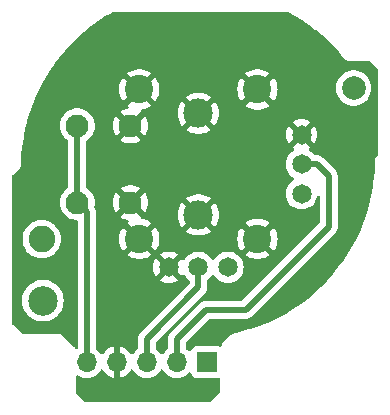
<source format=gbr>
%TF.GenerationSoftware,KiCad,Pcbnew,7.0.5*%
%TF.CreationDate,2023-08-21T15:09:17-04:00*%
%TF.ProjectId,StickLeft,53746963-6b4c-4656-9674-2e6b69636164,rev?*%
%TF.SameCoordinates,Original*%
%TF.FileFunction,Copper,L1,Top*%
%TF.FilePolarity,Positive*%
%FSLAX46Y46*%
G04 Gerber Fmt 4.6, Leading zero omitted, Abs format (unit mm)*
G04 Created by KiCad (PCBNEW 7.0.5) date 2023-08-21 15:09:17*
%MOMM*%
%LPD*%
G01*
G04 APERTURE LIST*
%TA.AperFunction,ComponentPad*%
%ADD10R,1.700000X1.700000*%
%TD*%
%TA.AperFunction,ComponentPad*%
%ADD11O,1.700000X1.700000*%
%TD*%
%TA.AperFunction,ComponentPad*%
%ADD12C,1.950000*%
%TD*%
%TA.AperFunction,ComponentPad*%
%ADD13C,1.650000*%
%TD*%
%TA.AperFunction,ComponentPad*%
%ADD14C,2.000000*%
%TD*%
%TA.AperFunction,ComponentPad*%
%ADD15C,2.500000*%
%TD*%
%TA.AperFunction,ComponentPad*%
%ADD16C,2.250000*%
%TD*%
%TA.AperFunction,ComponentPad*%
%ADD17C,2.400000*%
%TD*%
%TA.AperFunction,ComponentPad*%
%ADD18C,2.475000*%
%TD*%
%TA.AperFunction,ViaPad*%
%ADD19C,0.600000*%
%TD*%
%TA.AperFunction,Conductor*%
%ADD20C,0.500000*%
%TD*%
G04 APERTURE END LIST*
D10*
%TO.P,J1,1,Pin_1*%
%TO.N,Net-(J1-Pin_1)*%
X143830000Y-119430000D03*
D11*
%TO.P,J1,2,Pin_2*%
%TO.N,Net-(J1-Pin_2)*%
X141290000Y-119430000D03*
%TO.P,J1,3,Pin_3*%
%TO.N,Net-(J1-Pin_3)*%
X138750000Y-119430000D03*
%TO.P,J1,4,Pin_4*%
%TO.N,GND*%
X136210000Y-119430000D03*
%TO.P,J1,5,Pin_5*%
%TO.N,Net-(J1-Pin_5)*%
X133670000Y-119430000D03*
%TD*%
D12*
%TO.P,U1,A1,A1*%
%TO.N,GND*%
X137370000Y-105940000D03*
X137370000Y-99440000D03*
D13*
%TO.P,U1,A11,A11*%
X140620000Y-111420000D03*
%TO.P,U1,A12,A12*%
%TO.N,Net-(J1-Pin_3)*%
X143120000Y-111420000D03*
%TO.P,U1,A13,A13*%
%TO.N,Net-(J1-Pin_1)*%
X145620000Y-111420000D03*
D12*
%TO.P,U1,B1,B1*%
%TO.N,Net-(J1-Pin_5)*%
X132870000Y-105940000D03*
X132870000Y-99440000D03*
D14*
%TO.P,U1,B2*%
%TO.N,N/C*%
X156260000Y-96242000D03*
D15*
X129960000Y-114242000D03*
D16*
%TO.P,U1,B3*%
X129860000Y-109042000D03*
D13*
%TO.P,U1,B11,B11*%
%TO.N,Net-(J1-Pin_1)*%
X151850000Y-105190000D03*
%TO.P,U1,B12,B12*%
%TO.N,Net-(J1-Pin_2)*%
X151850000Y-102690000D03*
%TO.P,U1,B13,B13*%
%TO.N,GND*%
X151850000Y-100190000D03*
D17*
%TO.P,U1,MH1,MH1*%
X148120000Y-109015000D03*
X148120000Y-96365000D03*
X138120000Y-109015000D03*
X138120000Y-96365000D03*
D18*
%TO.P,U1,MH2,MH2*%
X143120000Y-106990000D03*
X143120000Y-98390000D03*
%TD*%
D19*
%TO.N,GND*%
X130000000Y-100000000D03*
X132500000Y-95000000D03*
X132500000Y-117500000D03*
X135000000Y-122500000D03*
X142500000Y-122500000D03*
X150000000Y-115000000D03*
X155000000Y-110000000D03*
X157500000Y-105000000D03*
X157500000Y-100000000D03*
X152500000Y-92500000D03*
X147500000Y-92500000D03*
X142500000Y-92500000D03*
X137500000Y-92500000D03*
%TD*%
D20*
%TO.N,Net-(J1-Pin_5)*%
X132870000Y-105940000D02*
X133670000Y-106740000D01*
X133670000Y-106740000D02*
X133670000Y-119430000D01*
X132870000Y-99440000D02*
X132870000Y-105940000D01*
%TO.N,Net-(J1-Pin_2)*%
X153150000Y-102690000D02*
X154150000Y-103690000D01*
X141290000Y-117470000D02*
X141290000Y-119430000D01*
X151850000Y-102690000D02*
X153150000Y-102690000D01*
X154150000Y-107990000D02*
X147120000Y-115020000D01*
X154150000Y-103690000D02*
X154150000Y-107990000D01*
X147120000Y-115020000D02*
X143740000Y-115020000D01*
X143740000Y-115020000D02*
X141290000Y-117470000D01*
%TO.N,Net-(J1-Pin_3)*%
X143120000Y-113110000D02*
X138750000Y-117480000D01*
X138750000Y-117480000D02*
X138750000Y-119430000D01*
X143120000Y-111420000D02*
X143120000Y-113110000D01*
%TD*%
%TA.AperFunction,Conductor*%
%TO.N,GND*%
G36*
X136460000Y-120760633D02*
G01*
X136673483Y-120703433D01*
X136673492Y-120703429D01*
X136887578Y-120603600D01*
X137081082Y-120468105D01*
X137248105Y-120301082D01*
X137378119Y-120115405D01*
X137432696Y-120071781D01*
X137502195Y-120064588D01*
X137564549Y-120096110D01*
X137581269Y-120115405D01*
X137711505Y-120301401D01*
X137878599Y-120468495D01*
X137975384Y-120536264D01*
X138072165Y-120604032D01*
X138072167Y-120604033D01*
X138072170Y-120604035D01*
X138286337Y-120703903D01*
X138514592Y-120765063D01*
X138691034Y-120780500D01*
X138749999Y-120785659D01*
X138750000Y-120785659D01*
X138750001Y-120785659D01*
X138808966Y-120780500D01*
X138985408Y-120765063D01*
X139213663Y-120703903D01*
X139427830Y-120604035D01*
X139621401Y-120468495D01*
X139788495Y-120301401D01*
X139918424Y-120115842D01*
X139973002Y-120072217D01*
X140042500Y-120065023D01*
X140104855Y-120096546D01*
X140121575Y-120115842D01*
X140251281Y-120301082D01*
X140251505Y-120301401D01*
X140418599Y-120468495D01*
X140515384Y-120536264D01*
X140612165Y-120604032D01*
X140612167Y-120604033D01*
X140612170Y-120604035D01*
X140826337Y-120703903D01*
X141054592Y-120765063D01*
X141231034Y-120780500D01*
X141289999Y-120785659D01*
X141290000Y-120785659D01*
X141290001Y-120785659D01*
X141348966Y-120780500D01*
X141525408Y-120765063D01*
X141753663Y-120703903D01*
X141967830Y-120604035D01*
X142161401Y-120468495D01*
X142283329Y-120346566D01*
X142344648Y-120313084D01*
X142414340Y-120318068D01*
X142470274Y-120359939D01*
X142487189Y-120390917D01*
X142536202Y-120522328D01*
X142536206Y-120522335D01*
X142622452Y-120637544D01*
X142622455Y-120637547D01*
X142737664Y-120723793D01*
X142737671Y-120723797D01*
X142872517Y-120774091D01*
X142872516Y-120774091D01*
X142879444Y-120774835D01*
X142932127Y-120780500D01*
X144727872Y-120780499D01*
X144787483Y-120774091D01*
X144798106Y-120770128D01*
X144867795Y-120765142D01*
X144929119Y-120798624D01*
X144962607Y-120859946D01*
X144965441Y-120886853D01*
X144960702Y-121966721D01*
X144940723Y-122033674D01*
X144920493Y-122057584D01*
X144100870Y-122808907D01*
X144038150Y-122839697D01*
X144017080Y-122841500D01*
X133618676Y-122841500D01*
X133551637Y-122821815D01*
X133530995Y-122805181D01*
X132796818Y-122071004D01*
X132763333Y-122009681D01*
X132760499Y-121983332D01*
X132760499Y-120680018D01*
X132780184Y-120612980D01*
X132832988Y-120567225D01*
X132902146Y-120557281D01*
X132955621Y-120578443D01*
X132992170Y-120604035D01*
X133206337Y-120703903D01*
X133434592Y-120765063D01*
X133611034Y-120780500D01*
X133669999Y-120785659D01*
X133670000Y-120785659D01*
X133670001Y-120785659D01*
X133728966Y-120780500D01*
X133905408Y-120765063D01*
X134133663Y-120703903D01*
X134347830Y-120604035D01*
X134541401Y-120468495D01*
X134708495Y-120301401D01*
X134838730Y-120115405D01*
X134893307Y-120071781D01*
X134962805Y-120064587D01*
X135025160Y-120096110D01*
X135041879Y-120115405D01*
X135171890Y-120301078D01*
X135338917Y-120468105D01*
X135532421Y-120603600D01*
X135746507Y-120703429D01*
X135746516Y-120703433D01*
X135960000Y-120760634D01*
X135960000Y-119865501D01*
X136067685Y-119914680D01*
X136174237Y-119930000D01*
X136245763Y-119930000D01*
X136352315Y-119914680D01*
X136460000Y-119865501D01*
X136460000Y-120760633D01*
G37*
%TD.AperFunction*%
%TA.AperFunction,Conductor*%
G36*
X150858737Y-89858437D02*
G01*
X151326673Y-90121786D01*
X151329129Y-90123244D01*
X151913445Y-90488496D01*
X151915793Y-90490041D01*
X152482649Y-90881792D01*
X152484953Y-90883464D01*
X152948609Y-91236510D01*
X153033179Y-91300905D01*
X153035395Y-91302674D01*
X153563816Y-91744911D01*
X153565963Y-91746794D01*
X154073446Y-92212878D01*
X154075505Y-92214857D01*
X154561021Y-92703840D01*
X154562954Y-92705878D01*
X155025448Y-93216707D01*
X155027292Y-93218841D01*
X155464151Y-93748448D01*
X155468485Y-93754387D01*
X155480529Y-93773128D01*
X155481508Y-93773977D01*
X155497763Y-93791018D01*
X155507417Y-93803287D01*
X155507418Y-93803288D01*
X155507423Y-93803293D01*
X155563594Y-93845314D01*
X155567057Y-93848104D01*
X155589299Y-93867377D01*
X155595898Y-93871618D01*
X155609676Y-93879790D01*
X155612937Y-93882230D01*
X155612938Y-93882230D01*
X155612939Y-93882231D01*
X155683163Y-93910320D01*
X155685853Y-93911471D01*
X155720215Y-93927165D01*
X155720216Y-93927165D01*
X155727394Y-93929273D01*
X155727422Y-93929167D01*
X155735292Y-93931172D01*
X155735298Y-93931175D01*
X155769679Y-93935275D01*
X155809671Y-93940045D01*
X155811152Y-93940240D01*
X155818083Y-93941236D01*
X155826873Y-93942500D01*
X155826884Y-93942500D01*
X155828348Y-93942605D01*
X155833921Y-93942936D01*
X155849073Y-93944743D01*
X155866153Y-93946781D01*
X155866154Y-93946781D01*
X155866154Y-93946780D01*
X155866155Y-93946781D01*
X155887074Y-93943766D01*
X155904757Y-93942500D01*
X157599139Y-93942500D01*
X157666178Y-93962185D01*
X157686701Y-93978700D01*
X158097225Y-94388130D01*
X158323063Y-94613366D01*
X158356630Y-94674644D01*
X158359499Y-94701164D01*
X158359499Y-101878000D01*
X158339814Y-101945039D01*
X158321900Y-101966943D01*
X158258242Y-102028781D01*
X158252474Y-102033735D01*
X158252178Y-102033959D01*
X158206732Y-102078817D01*
X158182457Y-102102400D01*
X158180920Y-102104123D01*
X158178224Y-102106958D01*
X158158385Y-102126542D01*
X158158384Y-102126543D01*
X158143149Y-102152536D01*
X158138747Y-102159061D01*
X158116646Y-102187710D01*
X158108538Y-102208521D01*
X158099983Y-102226196D01*
X158091752Y-102240240D01*
X158081985Y-102275767D01*
X158079973Y-102281837D01*
X158064400Y-102321812D01*
X158063125Y-102336615D01*
X158059151Y-102358821D01*
X158056818Y-102367307D01*
X158056818Y-102367314D01*
X158056535Y-102410845D01*
X158056308Y-102415762D01*
X158052051Y-102465203D01*
X158052051Y-102465209D01*
X158052086Y-102465378D01*
X158054487Y-102493851D01*
X158033079Y-103176344D01*
X158032905Y-103179422D01*
X157972803Y-103918990D01*
X157972479Y-103922029D01*
X157939758Y-104170731D01*
X157875691Y-104657670D01*
X157875213Y-104660716D01*
X157741978Y-105390623D01*
X157741349Y-105393642D01*
X157571991Y-106116042D01*
X157571213Y-106119026D01*
X157366155Y-106832107D01*
X157365230Y-106835048D01*
X157124979Y-107537054D01*
X157123909Y-107539946D01*
X156849060Y-108229138D01*
X156847847Y-108231973D01*
X156539081Y-108906641D01*
X156537729Y-108909412D01*
X156195797Y-109567919D01*
X156194309Y-109570620D01*
X155820077Y-110211296D01*
X155818456Y-110213919D01*
X155412837Y-110835206D01*
X155411087Y-110837745D01*
X154975069Y-111438123D01*
X154973195Y-111440572D01*
X154507895Y-112018501D01*
X154505903Y-112020854D01*
X154012439Y-112574951D01*
X154010332Y-112577202D01*
X153489951Y-113106069D01*
X153487734Y-113108213D01*
X152941670Y-113610589D01*
X152939350Y-113612620D01*
X152369018Y-114087207D01*
X152366599Y-114089120D01*
X151773365Y-114534781D01*
X151770854Y-114536571D01*
X151156199Y-114952192D01*
X151153603Y-114953855D01*
X150895168Y-115110471D01*
X150519054Y-115338403D01*
X150516396Y-115339926D01*
X149863518Y-115692454D01*
X149860769Y-115693851D01*
X149191160Y-116013496D01*
X149188345Y-116014755D01*
X148503687Y-116300714D01*
X148500813Y-116301831D01*
X147802794Y-116553400D01*
X147799869Y-116554373D01*
X147090188Y-116770938D01*
X147087218Y-116771764D01*
X146365478Y-116953329D01*
X146363980Y-116953686D01*
X146300494Y-116967990D01*
X146295857Y-116969369D01*
X146244695Y-116981140D01*
X146244685Y-116981143D01*
X146015900Y-117067946D01*
X146015892Y-117067950D01*
X145801034Y-117185065D01*
X145801032Y-117185066D01*
X145604104Y-117330309D01*
X145604096Y-117330316D01*
X145428749Y-117500995D01*
X145278238Y-117693942D01*
X145278236Y-117693945D01*
X145155376Y-117905550D01*
X145155369Y-117905564D01*
X145087882Y-118069923D01*
X145044208Y-118124461D01*
X144977982Y-118146730D01*
X144929842Y-118139005D01*
X144787482Y-118085908D01*
X144787483Y-118085908D01*
X144727883Y-118079501D01*
X144727881Y-118079500D01*
X144727873Y-118079500D01*
X144727864Y-118079500D01*
X142932129Y-118079500D01*
X142932123Y-118079501D01*
X142872516Y-118085908D01*
X142737671Y-118136202D01*
X142737664Y-118136206D01*
X142622455Y-118222452D01*
X142622452Y-118222455D01*
X142536206Y-118337664D01*
X142536203Y-118337669D01*
X142487189Y-118469083D01*
X142445317Y-118525016D01*
X142379853Y-118549433D01*
X142311580Y-118534581D01*
X142283326Y-118513430D01*
X142161401Y-118391505D01*
X142093375Y-118343872D01*
X142049750Y-118289295D01*
X142040500Y-118242303D01*
X142040500Y-117832229D01*
X142060185Y-117765189D01*
X142076819Y-117744548D01*
X144014548Y-115806819D01*
X144075871Y-115773334D01*
X144102229Y-115770500D01*
X147056295Y-115770500D01*
X147074265Y-115771809D01*
X147098023Y-115775289D01*
X147150068Y-115770735D01*
X147155470Y-115770500D01*
X147163704Y-115770500D01*
X147163709Y-115770500D01*
X147195458Y-115766788D01*
X147197075Y-115766622D01*
X147272797Y-115759999D01*
X147272805Y-115759996D01*
X147279866Y-115758539D01*
X147279878Y-115758598D01*
X147287243Y-115756965D01*
X147287229Y-115756906D01*
X147294251Y-115755241D01*
X147294255Y-115755241D01*
X147365587Y-115729277D01*
X147367286Y-115728688D01*
X147439334Y-115704814D01*
X147439342Y-115704808D01*
X147445882Y-115701760D01*
X147445908Y-115701816D01*
X147452690Y-115698532D01*
X147452663Y-115698478D01*
X147459109Y-115695239D01*
X147459117Y-115695237D01*
X147522612Y-115653475D01*
X147523977Y-115652605D01*
X147588656Y-115612712D01*
X147588661Y-115612706D01*
X147594325Y-115608229D01*
X147594362Y-115608277D01*
X147600204Y-115603518D01*
X147600164Y-115603471D01*
X147605686Y-115598835D01*
X147605696Y-115598830D01*
X147657800Y-115543601D01*
X147658994Y-115542372D01*
X154635638Y-108565727D01*
X154649267Y-108553950D01*
X154668530Y-108539610D01*
X154668532Y-108539606D01*
X154668534Y-108539606D01*
X154691273Y-108512505D01*
X154702113Y-108499585D01*
X154705767Y-108495599D01*
X154711590Y-108489777D01*
X154731376Y-108464750D01*
X154732494Y-108463378D01*
X154781302Y-108405214D01*
X154781303Y-108405211D01*
X154785272Y-108399179D01*
X154785323Y-108399212D01*
X154789369Y-108392860D01*
X154789317Y-108392828D01*
X154793109Y-108386679D01*
X154793111Y-108386677D01*
X154825195Y-108317869D01*
X154825958Y-108316292D01*
X154860040Y-108248433D01*
X154860043Y-108248417D01*
X154862510Y-108241644D01*
X154862568Y-108241665D01*
X154865043Y-108234546D01*
X154864985Y-108234527D01*
X154867255Y-108227677D01*
X154867256Y-108227673D01*
X154882608Y-108153319D01*
X154882990Y-108151596D01*
X154900501Y-108077716D01*
X154901339Y-108070548D01*
X154901397Y-108070554D01*
X154902164Y-108063056D01*
X154902104Y-108063051D01*
X154902733Y-108055860D01*
X154902698Y-108054671D01*
X154900526Y-107979988D01*
X154900500Y-107978185D01*
X154900500Y-103753705D01*
X154901809Y-103735735D01*
X154902129Y-103733547D01*
X154905289Y-103711977D01*
X154905103Y-103709856D01*
X154900736Y-103659934D01*
X154900500Y-103654528D01*
X154900500Y-103646296D01*
X154900500Y-103646291D01*
X154896795Y-103614602D01*
X154896618Y-103612876D01*
X154889999Y-103537203D01*
X154889999Y-103537201D01*
X154888539Y-103530129D01*
X154888597Y-103530116D01*
X154886965Y-103522757D01*
X154886906Y-103522772D01*
X154885241Y-103515751D01*
X154885241Y-103515745D01*
X154859267Y-103444382D01*
X154858691Y-103442723D01*
X154834814Y-103370666D01*
X154834810Y-103370659D01*
X154831760Y-103364118D01*
X154831815Y-103364091D01*
X154828533Y-103357313D01*
X154828480Y-103357340D01*
X154825236Y-103350881D01*
X154783529Y-103287470D01*
X154782560Y-103285949D01*
X154742710Y-103221342D01*
X154738234Y-103215682D01*
X154738281Y-103215644D01*
X154733519Y-103209799D01*
X154733474Y-103209838D01*
X154728831Y-103204305D01*
X154673617Y-103152213D01*
X154672357Y-103150990D01*
X153725729Y-102204361D01*
X153713949Y-102190730D01*
X153704322Y-102177799D01*
X153699612Y-102171472D01*
X153690126Y-102163512D01*
X153659587Y-102137886D01*
X153655612Y-102134244D01*
X153652690Y-102131322D01*
X153649779Y-102128410D01*
X153624736Y-102108609D01*
X153623338Y-102107470D01*
X153565214Y-102058698D01*
X153559180Y-102054729D01*
X153559212Y-102054680D01*
X153552853Y-102050628D01*
X153552822Y-102050679D01*
X153546680Y-102046891D01*
X153546678Y-102046890D01*
X153546677Y-102046889D01*
X153477872Y-102014804D01*
X153476252Y-102014019D01*
X153434613Y-101993108D01*
X153408433Y-101979960D01*
X153408431Y-101979959D01*
X153408430Y-101979959D01*
X153401645Y-101977489D01*
X153401665Y-101977433D01*
X153394549Y-101974959D01*
X153394531Y-101975015D01*
X153387674Y-101972743D01*
X153313328Y-101957391D01*
X153311569Y-101957001D01*
X153237718Y-101939499D01*
X153230547Y-101938661D01*
X153230553Y-101938601D01*
X153223055Y-101937835D01*
X153223050Y-101937895D01*
X153215860Y-101937265D01*
X153139968Y-101939474D01*
X153138165Y-101939500D01*
X153007180Y-101939500D01*
X152940141Y-101919815D01*
X152905605Y-101886623D01*
X152869273Y-101834735D01*
X152869268Y-101834729D01*
X152705269Y-101670730D01*
X152705269Y-101670729D01*
X152520379Y-101541268D01*
X152476757Y-101486693D01*
X152469564Y-101417194D01*
X152501086Y-101354840D01*
X152520381Y-101338120D01*
X152593423Y-101286975D01*
X152021568Y-100715121D01*
X152138458Y-100664349D01*
X152255739Y-100568934D01*
X152342928Y-100445415D01*
X152373354Y-100359802D01*
X152946975Y-100933423D01*
X153001867Y-100855030D01*
X153099847Y-100644909D01*
X153099851Y-100644900D01*
X153159852Y-100420968D01*
X153159854Y-100420958D01*
X153180061Y-100190000D01*
X153180061Y-100189999D01*
X153159854Y-99959041D01*
X153159852Y-99959031D01*
X153099851Y-99735099D01*
X153099847Y-99735090D01*
X153001868Y-99524972D01*
X152946974Y-99446576D01*
X152375929Y-100017622D01*
X152373116Y-100004085D01*
X152303558Y-99869844D01*
X152200362Y-99759348D01*
X152071181Y-99680791D01*
X152019997Y-99666450D01*
X152593423Y-99093024D01*
X152593422Y-99093023D01*
X152515031Y-99038133D01*
X152515029Y-99038132D01*
X152304909Y-98940152D01*
X152304900Y-98940148D01*
X152080968Y-98880147D01*
X152080958Y-98880145D01*
X151850001Y-98859939D01*
X151849999Y-98859939D01*
X151619041Y-98880145D01*
X151619031Y-98880147D01*
X151395099Y-98940148D01*
X151395090Y-98940152D01*
X151184971Y-99038132D01*
X151184969Y-99038133D01*
X151106577Y-99093024D01*
X151106576Y-99093024D01*
X151678431Y-99664878D01*
X151561542Y-99715651D01*
X151444261Y-99811066D01*
X151357072Y-99934585D01*
X151326645Y-100020197D01*
X150753024Y-99446576D01*
X150753024Y-99446577D01*
X150698133Y-99524969D01*
X150698132Y-99524971D01*
X150600152Y-99735090D01*
X150600148Y-99735099D01*
X150540147Y-99959031D01*
X150540145Y-99959041D01*
X150519939Y-100189999D01*
X150519939Y-100190000D01*
X150540145Y-100420958D01*
X150540147Y-100420968D01*
X150600148Y-100644900D01*
X150600152Y-100644909D01*
X150698132Y-100855029D01*
X150698133Y-100855031D01*
X150753023Y-100933422D01*
X150753024Y-100933423D01*
X151324070Y-100362376D01*
X151326884Y-100375915D01*
X151396442Y-100510156D01*
X151499638Y-100620652D01*
X151628819Y-100699209D01*
X151680002Y-100713549D01*
X151106575Y-101286975D01*
X151106575Y-101286976D01*
X151179618Y-101338120D01*
X151223243Y-101392696D01*
X151230437Y-101462194D01*
X151198915Y-101524549D01*
X151179619Y-101541270D01*
X150994731Y-101670730D01*
X150994729Y-101670731D01*
X150830731Y-101834729D01*
X150830726Y-101834735D01*
X150697701Y-102024714D01*
X150697699Y-102024718D01*
X150599681Y-102234917D01*
X150539651Y-102458948D01*
X150539650Y-102458955D01*
X150519437Y-102689998D01*
X150519437Y-102690001D01*
X150539650Y-102921044D01*
X150539651Y-102921051D01*
X150599678Y-103145074D01*
X150599679Y-103145076D01*
X150599680Y-103145079D01*
X150697699Y-103355282D01*
X150830730Y-103545269D01*
X150994731Y-103709270D01*
X151058190Y-103753705D01*
X151179183Y-103838425D01*
X151222808Y-103893002D01*
X151230000Y-103962501D01*
X151198478Y-104024855D01*
X151179183Y-104041575D01*
X150994731Y-104170730D01*
X150994729Y-104170731D01*
X150830731Y-104334729D01*
X150830726Y-104334735D01*
X150697701Y-104524714D01*
X150697699Y-104524718D01*
X150599681Y-104734917D01*
X150539651Y-104958948D01*
X150539650Y-104958955D01*
X150519437Y-105189998D01*
X150519437Y-105190001D01*
X150539650Y-105421044D01*
X150539651Y-105421051D01*
X150599678Y-105645074D01*
X150599679Y-105645076D01*
X150599680Y-105645079D01*
X150697699Y-105855282D01*
X150830730Y-106045269D01*
X150994731Y-106209270D01*
X151184718Y-106342301D01*
X151394921Y-106440320D01*
X151618950Y-106500349D01*
X151776424Y-106514126D01*
X151849998Y-106520563D01*
X151850000Y-106520563D01*
X151850002Y-106520563D01*
X151923576Y-106514126D01*
X152081050Y-106500349D01*
X152305079Y-106440320D01*
X152515282Y-106342301D01*
X152705269Y-106209270D01*
X152869270Y-106045269D01*
X153002301Y-105855282D01*
X153100320Y-105645079D01*
X153155725Y-105438303D01*
X153192090Y-105378645D01*
X153254937Y-105348116D01*
X153324313Y-105356411D01*
X153378191Y-105400896D01*
X153399465Y-105467448D01*
X153399500Y-105470399D01*
X153399500Y-107627769D01*
X153379815Y-107694808D01*
X153363181Y-107715450D01*
X146845451Y-114233181D01*
X146784128Y-114266666D01*
X146757770Y-114269500D01*
X143803705Y-114269500D01*
X143785735Y-114268191D01*
X143761972Y-114264710D01*
X143716890Y-114268655D01*
X143709933Y-114269264D01*
X143704532Y-114269500D01*
X143696281Y-114269500D01*
X143664594Y-114273203D01*
X143662802Y-114273386D01*
X143587201Y-114280001D01*
X143580134Y-114281461D01*
X143580122Y-114281404D01*
X143572753Y-114283038D01*
X143572767Y-114283095D01*
X143565743Y-114284759D01*
X143494398Y-114310725D01*
X143492697Y-114311316D01*
X143420660Y-114335187D01*
X143414123Y-114338236D01*
X143414098Y-114338184D01*
X143407310Y-114341470D01*
X143407336Y-114341521D01*
X143400884Y-114344761D01*
X143337483Y-114386460D01*
X143335963Y-114387429D01*
X143271347Y-114427285D01*
X143265682Y-114431765D01*
X143265646Y-114431719D01*
X143259798Y-114436484D01*
X143259835Y-114436528D01*
X143254309Y-114441164D01*
X143202229Y-114496364D01*
X143200974Y-114497657D01*
X140804358Y-116894272D01*
X140790729Y-116906051D01*
X140771468Y-116920390D01*
X140737898Y-116960397D01*
X140734253Y-116964376D01*
X140728407Y-116970223D01*
X140708618Y-116995251D01*
X140707481Y-116996647D01*
X140658694Y-117054790D01*
X140654729Y-117060819D01*
X140654682Y-117060788D01*
X140650630Y-117067147D01*
X140650679Y-117067177D01*
X140646889Y-117073321D01*
X140614812Y-117142110D01*
X140614027Y-117143731D01*
X140579957Y-117211572D01*
X140577488Y-117218357D01*
X140577432Y-117218336D01*
X140574960Y-117225450D01*
X140575015Y-117225469D01*
X140572743Y-117232325D01*
X140557391Y-117306670D01*
X140557001Y-117308428D01*
X140539499Y-117382279D01*
X140538661Y-117389454D01*
X140538601Y-117389447D01*
X140537835Y-117396945D01*
X140537895Y-117396951D01*
X140537265Y-117404140D01*
X140539474Y-117480030D01*
X140539500Y-117481833D01*
X140539500Y-118242298D01*
X140519815Y-118309337D01*
X140486625Y-118343872D01*
X140418595Y-118391507D01*
X140251505Y-118558597D01*
X140121575Y-118744158D01*
X140066998Y-118787783D01*
X139997500Y-118794977D01*
X139935145Y-118763454D01*
X139918425Y-118744158D01*
X139788494Y-118558597D01*
X139621404Y-118391507D01*
X139553375Y-118343872D01*
X139509751Y-118289294D01*
X139500500Y-118242298D01*
X139500500Y-117842228D01*
X139520185Y-117775189D01*
X139536814Y-117754552D01*
X143605638Y-113685727D01*
X143619267Y-113673950D01*
X143638530Y-113659610D01*
X143638532Y-113659606D01*
X143638534Y-113659606D01*
X143656663Y-113637999D01*
X143672113Y-113619585D01*
X143675767Y-113615599D01*
X143681590Y-113609777D01*
X143701376Y-113584750D01*
X143702494Y-113583378D01*
X143751302Y-113525214D01*
X143751303Y-113525211D01*
X143755272Y-113519179D01*
X143755323Y-113519212D01*
X143759369Y-113512860D01*
X143759317Y-113512828D01*
X143763109Y-113506679D01*
X143763111Y-113506677D01*
X143795195Y-113437869D01*
X143795958Y-113436292D01*
X143830040Y-113368433D01*
X143830043Y-113368417D01*
X143832510Y-113361644D01*
X143832568Y-113361665D01*
X143835043Y-113354546D01*
X143834985Y-113354527D01*
X143837255Y-113347677D01*
X143837256Y-113347673D01*
X143852608Y-113273319D01*
X143852990Y-113271596D01*
X143870501Y-113197716D01*
X143871339Y-113190548D01*
X143871397Y-113190554D01*
X143872164Y-113183056D01*
X143872104Y-113183051D01*
X143872733Y-113175860D01*
X143870526Y-113099988D01*
X143870500Y-113098185D01*
X143870500Y-112577180D01*
X143890185Y-112510141D01*
X143923377Y-112475605D01*
X143975269Y-112439270D01*
X144139270Y-112275269D01*
X144268427Y-112090814D01*
X144323002Y-112047192D01*
X144392501Y-112039999D01*
X144454855Y-112071521D01*
X144471569Y-112090809D01*
X144600730Y-112275269D01*
X144764731Y-112439270D01*
X144954718Y-112572301D01*
X145164921Y-112670320D01*
X145388950Y-112730349D01*
X145553985Y-112744787D01*
X145619998Y-112750563D01*
X145620000Y-112750563D01*
X145620002Y-112750563D01*
X145677762Y-112745509D01*
X145851050Y-112730349D01*
X146075079Y-112670320D01*
X146285282Y-112572301D01*
X146475269Y-112439270D01*
X146639270Y-112275269D01*
X146772301Y-112085282D01*
X146870320Y-111875079D01*
X146930349Y-111651050D01*
X146948870Y-111439357D01*
X146950563Y-111420001D01*
X146950563Y-111419998D01*
X146940681Y-111307047D01*
X146930349Y-111188950D01*
X146870320Y-110964921D01*
X146772301Y-110754719D01*
X146772299Y-110754716D01*
X146772298Y-110754714D01*
X146639273Y-110564735D01*
X146639268Y-110564729D01*
X146475269Y-110400730D01*
X146418706Y-110361124D01*
X146285282Y-110267699D01*
X146075079Y-110169680D01*
X146075076Y-110169679D01*
X146075074Y-110169678D01*
X145851051Y-110109651D01*
X145851044Y-110109650D01*
X145620002Y-110089437D01*
X145619998Y-110089437D01*
X145388955Y-110109650D01*
X145388948Y-110109651D01*
X145164917Y-110169681D01*
X144954718Y-110267699D01*
X144954714Y-110267701D01*
X144764735Y-110400726D01*
X144764729Y-110400731D01*
X144600731Y-110564729D01*
X144600726Y-110564735D01*
X144471575Y-110749183D01*
X144416998Y-110792808D01*
X144347500Y-110800002D01*
X144285145Y-110768479D01*
X144268425Y-110749183D01*
X144139273Y-110564735D01*
X144139268Y-110564729D01*
X143975269Y-110400730D01*
X143918706Y-110361124D01*
X143785282Y-110267699D01*
X143575079Y-110169680D01*
X143575076Y-110169679D01*
X143575074Y-110169678D01*
X143351051Y-110109651D01*
X143351044Y-110109650D01*
X143120002Y-110089437D01*
X143119998Y-110089437D01*
X142888955Y-110109650D01*
X142888948Y-110109651D01*
X142664917Y-110169681D01*
X142454718Y-110267699D01*
X142454714Y-110267701D01*
X142264735Y-110400726D01*
X142264729Y-110400731D01*
X142100731Y-110564729D01*
X142100730Y-110564731D01*
X141971270Y-110749619D01*
X141916693Y-110793243D01*
X141847194Y-110800436D01*
X141784840Y-110768914D01*
X141768121Y-110749619D01*
X141716975Y-110676576D01*
X141716974Y-110676576D01*
X141145929Y-111247622D01*
X141143116Y-111234085D01*
X141073558Y-111099844D01*
X140970362Y-110989348D01*
X140841181Y-110910791D01*
X140789997Y-110896450D01*
X141363423Y-110323024D01*
X141363422Y-110323023D01*
X141285031Y-110268133D01*
X141285029Y-110268132D01*
X141074909Y-110170152D01*
X141074900Y-110170148D01*
X140850968Y-110110147D01*
X140850958Y-110110145D01*
X140620001Y-110089939D01*
X140619999Y-110089939D01*
X140389041Y-110110145D01*
X140389031Y-110110147D01*
X140165099Y-110170148D01*
X140165090Y-110170152D01*
X139954971Y-110268132D01*
X139954969Y-110268133D01*
X139876577Y-110323024D01*
X139876576Y-110323024D01*
X140448431Y-110894878D01*
X140331542Y-110945651D01*
X140214261Y-111041066D01*
X140127072Y-111164585D01*
X140096645Y-111250197D01*
X139523024Y-110676576D01*
X139523024Y-110676577D01*
X139468133Y-110754969D01*
X139468132Y-110754971D01*
X139370152Y-110965090D01*
X139370148Y-110965099D01*
X139310147Y-111189031D01*
X139310145Y-111189041D01*
X139289939Y-111419999D01*
X139289939Y-111420000D01*
X139310145Y-111650958D01*
X139310147Y-111650968D01*
X139370148Y-111874900D01*
X139370152Y-111874909D01*
X139468132Y-112085029D01*
X139468133Y-112085031D01*
X139523023Y-112163422D01*
X139523024Y-112163423D01*
X140094070Y-111592376D01*
X140096884Y-111605915D01*
X140166442Y-111740156D01*
X140269638Y-111850652D01*
X140398819Y-111929209D01*
X140450002Y-111943549D01*
X139876575Y-112516975D01*
X139954973Y-112571868D01*
X140165090Y-112669847D01*
X140165099Y-112669851D01*
X140389031Y-112729852D01*
X140389041Y-112729854D01*
X140619999Y-112750061D01*
X140620001Y-112750061D01*
X140850958Y-112729854D01*
X140850968Y-112729852D01*
X141074900Y-112669851D01*
X141074909Y-112669847D01*
X141285030Y-112571867D01*
X141363423Y-112516975D01*
X140791568Y-111945121D01*
X140908458Y-111894349D01*
X141025739Y-111798934D01*
X141112928Y-111675415D01*
X141143354Y-111589802D01*
X141716975Y-112163423D01*
X141768120Y-112090381D01*
X141822697Y-112046757D01*
X141892196Y-112039564D01*
X141954550Y-112071086D01*
X141971266Y-112090377D01*
X142100730Y-112275269D01*
X142264729Y-112439268D01*
X142264735Y-112439273D01*
X142316623Y-112475605D01*
X142360248Y-112530181D01*
X142369500Y-112577180D01*
X142369500Y-112747769D01*
X142349815Y-112814808D01*
X142333181Y-112835450D01*
X138264358Y-116904272D01*
X138250729Y-116916051D01*
X138231468Y-116930390D01*
X138197898Y-116970397D01*
X138194253Y-116974376D01*
X138188407Y-116980223D01*
X138168618Y-117005251D01*
X138167481Y-117006647D01*
X138118694Y-117064790D01*
X138114729Y-117070819D01*
X138114682Y-117070788D01*
X138110630Y-117077147D01*
X138110679Y-117077177D01*
X138106889Y-117083321D01*
X138079475Y-117142110D01*
X138074847Y-117152036D01*
X138074812Y-117152110D01*
X138074027Y-117153731D01*
X138039957Y-117221572D01*
X138037488Y-117228357D01*
X138037432Y-117228336D01*
X138034960Y-117235450D01*
X138035015Y-117235469D01*
X138032743Y-117242325D01*
X138017391Y-117316670D01*
X138017001Y-117318428D01*
X137999499Y-117392279D01*
X137998661Y-117399454D01*
X137998601Y-117399447D01*
X137997835Y-117406945D01*
X137997895Y-117406951D01*
X137997265Y-117414140D01*
X137999474Y-117490030D01*
X137999500Y-117491833D01*
X137999500Y-118242298D01*
X137979815Y-118309337D01*
X137946625Y-118343872D01*
X137878595Y-118391507D01*
X137711508Y-118558594D01*
X137581269Y-118744595D01*
X137526692Y-118788219D01*
X137457193Y-118795412D01*
X137394839Y-118763890D01*
X137378119Y-118744594D01*
X137248113Y-118558926D01*
X137248108Y-118558920D01*
X137081082Y-118391894D01*
X136887578Y-118256399D01*
X136673492Y-118156570D01*
X136673486Y-118156567D01*
X136460000Y-118099364D01*
X136460000Y-118994498D01*
X136352315Y-118945320D01*
X136245763Y-118930000D01*
X136174237Y-118930000D01*
X136067685Y-118945320D01*
X135960000Y-118994498D01*
X135960000Y-118099364D01*
X135959999Y-118099364D01*
X135746513Y-118156567D01*
X135746507Y-118156570D01*
X135532422Y-118256399D01*
X135532420Y-118256400D01*
X135338926Y-118391886D01*
X135338920Y-118391891D01*
X135171891Y-118558920D01*
X135171890Y-118558922D01*
X135041880Y-118744595D01*
X134987303Y-118788219D01*
X134917804Y-118795412D01*
X134855450Y-118763890D01*
X134838730Y-118744594D01*
X134708494Y-118558597D01*
X134541404Y-118391507D01*
X134473375Y-118343872D01*
X134429751Y-118289294D01*
X134420500Y-118242298D01*
X134420500Y-106803705D01*
X134421809Y-106785735D01*
X134422129Y-106783547D01*
X134425289Y-106761977D01*
X134420735Y-106709931D01*
X134420500Y-106704528D01*
X134420500Y-106696296D01*
X134420500Y-106696291D01*
X134416795Y-106664602D01*
X134416618Y-106662876D01*
X134409999Y-106587203D01*
X134409999Y-106587201D01*
X134408539Y-106580129D01*
X134408597Y-106580116D01*
X134406965Y-106572757D01*
X134406906Y-106572772D01*
X134405241Y-106565751D01*
X134405241Y-106565745D01*
X134379267Y-106494382D01*
X134378691Y-106492723D01*
X134354814Y-106420666D01*
X134354810Y-106420659D01*
X134351760Y-106414118D01*
X134351815Y-106414091D01*
X134348533Y-106407313D01*
X134348480Y-106407340D01*
X134345238Y-106400885D01*
X134324800Y-106369811D01*
X134304407Y-106302983D01*
X134308194Y-106271235D01*
X134330364Y-106183692D01*
X134344882Y-106008486D01*
X134350557Y-105940005D01*
X135889945Y-105940005D01*
X135910130Y-106183605D01*
X135970138Y-106420573D01*
X136068328Y-106644424D01*
X136164626Y-106791820D01*
X136767452Y-106188993D01*
X136777188Y-106218956D01*
X136865186Y-106357619D01*
X136984903Y-106470040D01*
X137119510Y-106544041D01*
X136517757Y-107145793D01*
X136517758Y-107145794D01*
X136560485Y-107179050D01*
X136560485Y-107179051D01*
X136775468Y-107295394D01*
X136775476Y-107295397D01*
X137006665Y-107374765D01*
X137104824Y-107391145D01*
X137167709Y-107421595D01*
X137204149Y-107481210D01*
X137202574Y-107551062D01*
X137163485Y-107608973D01*
X137154267Y-107615907D01*
X137106813Y-107648260D01*
X137106813Y-107648261D01*
X137756891Y-108298338D01*
X137618052Y-108385577D01*
X137490577Y-108513052D01*
X137403338Y-108651891D01*
X136753453Y-108002006D01*
X136711455Y-108054670D01*
X136584058Y-108275328D01*
X136490973Y-108512505D01*
X136490968Y-108512522D01*
X136434273Y-108760920D01*
X136415233Y-109014995D01*
X136415233Y-109015004D01*
X136434273Y-109269079D01*
X136490968Y-109517477D01*
X136490973Y-109517494D01*
X136584058Y-109754671D01*
X136584057Y-109754671D01*
X136711457Y-109975332D01*
X136753452Y-110027993D01*
X137403338Y-109378107D01*
X137490577Y-109516948D01*
X137618052Y-109644423D01*
X137756890Y-109731661D01*
X137106813Y-110381737D01*
X137267623Y-110491375D01*
X137267624Y-110491376D01*
X137497176Y-110601921D01*
X137497174Y-110601921D01*
X137740652Y-110677024D01*
X137740658Y-110677026D01*
X137992595Y-110714999D01*
X137992604Y-110715000D01*
X138247396Y-110715000D01*
X138247404Y-110714999D01*
X138499341Y-110677026D01*
X138499347Y-110677024D01*
X138742824Y-110601921D01*
X138972381Y-110491373D01*
X139133185Y-110381737D01*
X138483108Y-109731661D01*
X138621948Y-109644423D01*
X138749423Y-109516948D01*
X138836661Y-109378108D01*
X139486545Y-110027993D01*
X139528545Y-109975327D01*
X139655941Y-109754671D01*
X139749026Y-109517494D01*
X139749031Y-109517477D01*
X139805726Y-109269079D01*
X139824767Y-109015004D01*
X146415233Y-109015004D01*
X146434273Y-109269079D01*
X146490968Y-109517477D01*
X146490973Y-109517494D01*
X146584058Y-109754671D01*
X146584057Y-109754671D01*
X146711457Y-109975332D01*
X146753452Y-110027993D01*
X146753453Y-110027993D01*
X147403338Y-109378108D01*
X147490577Y-109516948D01*
X147618052Y-109644423D01*
X147756890Y-109731661D01*
X147106813Y-110381737D01*
X147267623Y-110491375D01*
X147267624Y-110491376D01*
X147497176Y-110601921D01*
X147497174Y-110601921D01*
X147740652Y-110677024D01*
X147740658Y-110677026D01*
X147992595Y-110714999D01*
X147992604Y-110715000D01*
X148247396Y-110715000D01*
X148247404Y-110714999D01*
X148499341Y-110677026D01*
X148499347Y-110677024D01*
X148742824Y-110601921D01*
X148972381Y-110491373D01*
X149133185Y-110381737D01*
X148483108Y-109731661D01*
X148621948Y-109644423D01*
X148749423Y-109516948D01*
X148836661Y-109378108D01*
X149486545Y-110027993D01*
X149528545Y-109975327D01*
X149655941Y-109754671D01*
X149749026Y-109517494D01*
X149749031Y-109517477D01*
X149805726Y-109269079D01*
X149824767Y-109015004D01*
X149824767Y-109014995D01*
X149805726Y-108760920D01*
X149749031Y-108512522D01*
X149749026Y-108512505D01*
X149655941Y-108275328D01*
X149655942Y-108275328D01*
X149528544Y-108054671D01*
X149486546Y-108002006D01*
X148836661Y-108651890D01*
X148749423Y-108513052D01*
X148621948Y-108385577D01*
X148483107Y-108298337D01*
X149133185Y-107648261D01*
X148972377Y-107538624D01*
X148972376Y-107538623D01*
X148742823Y-107428078D01*
X148742825Y-107428078D01*
X148499347Y-107352975D01*
X148499341Y-107352973D01*
X148247404Y-107315000D01*
X147992595Y-107315000D01*
X147740658Y-107352973D01*
X147740652Y-107352975D01*
X147497175Y-107428078D01*
X147267624Y-107538623D01*
X147267616Y-107538628D01*
X147106813Y-107648261D01*
X147756891Y-108298338D01*
X147618052Y-108385577D01*
X147490577Y-108513052D01*
X147403338Y-108651891D01*
X146753453Y-108002006D01*
X146711455Y-108054670D01*
X146584058Y-108275328D01*
X146490973Y-108512505D01*
X146490968Y-108512522D01*
X146434273Y-108760920D01*
X146415233Y-109014995D01*
X146415233Y-109015004D01*
X139824767Y-109015004D01*
X139824767Y-109014995D01*
X139805726Y-108760920D01*
X139749031Y-108512522D01*
X139749026Y-108512505D01*
X139655941Y-108275328D01*
X139655942Y-108275328D01*
X139528544Y-108054671D01*
X139486546Y-108002006D01*
X138836661Y-108651890D01*
X138749423Y-108513052D01*
X138621948Y-108385577D01*
X138483107Y-108298337D01*
X139133185Y-107648261D01*
X138972377Y-107538624D01*
X138972376Y-107538623D01*
X138742823Y-107428078D01*
X138742825Y-107428078D01*
X138499347Y-107352975D01*
X138499342Y-107352974D01*
X138324385Y-107326603D01*
X138261029Y-107297146D01*
X138223655Y-107238113D01*
X138219105Y-107196305D01*
X138222240Y-107145792D01*
X138066452Y-106990004D01*
X141377628Y-106990004D01*
X141397087Y-107249677D01*
X141397088Y-107249682D01*
X141455033Y-107503559D01*
X141455039Y-107503578D01*
X141550177Y-107745987D01*
X141680387Y-107971516D01*
X141726768Y-108029677D01*
X141726769Y-108029677D01*
X142387258Y-107369187D01*
X142433130Y-107455710D01*
X142549302Y-107592478D01*
X142692160Y-107701076D01*
X142740234Y-107723317D01*
X142079826Y-108383724D01*
X142248813Y-108498937D01*
X142248822Y-108498942D01*
X142483437Y-108611926D01*
X142483435Y-108611926D01*
X142732277Y-108688684D01*
X142732283Y-108688685D01*
X142989786Y-108727499D01*
X142989793Y-108727500D01*
X143250207Y-108727500D01*
X143250213Y-108727499D01*
X143507716Y-108688685D01*
X143507722Y-108688684D01*
X143756563Y-108611926D01*
X143991177Y-108498942D01*
X143991179Y-108498941D01*
X144160172Y-108383724D01*
X143500393Y-107723946D01*
X143622213Y-107650650D01*
X143752492Y-107527243D01*
X143853196Y-107378716D01*
X143855780Y-107372228D01*
X144513229Y-108029677D01*
X144559615Y-107971511D01*
X144689822Y-107745987D01*
X144784960Y-107503578D01*
X144784966Y-107503559D01*
X144842911Y-107249682D01*
X144842912Y-107249677D01*
X144862372Y-106990004D01*
X144862372Y-106989995D01*
X144842912Y-106730322D01*
X144842911Y-106730317D01*
X144784966Y-106476440D01*
X144784960Y-106476421D01*
X144689822Y-106234012D01*
X144559612Y-106008483D01*
X144513230Y-105950321D01*
X143852740Y-106610811D01*
X143806870Y-106524290D01*
X143690698Y-106387522D01*
X143547840Y-106278924D01*
X143499765Y-106256682D01*
X144160172Y-105596274D01*
X143991186Y-105481062D01*
X143991177Y-105481057D01*
X143756562Y-105368073D01*
X143756564Y-105368073D01*
X143507722Y-105291315D01*
X143507716Y-105291314D01*
X143250213Y-105252500D01*
X142989786Y-105252500D01*
X142732283Y-105291314D01*
X142732277Y-105291315D01*
X142483436Y-105368073D01*
X142248819Y-105481059D01*
X142248806Y-105481066D01*
X142079826Y-105596273D01*
X142739606Y-106256053D01*
X142617787Y-106329350D01*
X142487508Y-106452757D01*
X142386804Y-106601284D01*
X142384219Y-106607771D01*
X141726769Y-105950322D01*
X141680385Y-106008486D01*
X141550177Y-106234012D01*
X141455039Y-106476421D01*
X141455033Y-106476440D01*
X141397088Y-106730317D01*
X141397087Y-106730322D01*
X141377628Y-106989995D01*
X141377628Y-106990004D01*
X138066452Y-106990004D01*
X137617534Y-106541086D01*
X137685629Y-106514126D01*
X137818492Y-106417595D01*
X137923175Y-106291055D01*
X137971631Y-106188079D01*
X138575372Y-106791820D01*
X138671669Y-106644429D01*
X138769861Y-106420573D01*
X138829869Y-106183605D01*
X138850055Y-105940005D01*
X138850055Y-105939994D01*
X138829869Y-105696394D01*
X138769861Y-105459426D01*
X138671671Y-105235575D01*
X138575372Y-105088178D01*
X137972546Y-105691004D01*
X137962812Y-105661044D01*
X137874814Y-105522381D01*
X137755097Y-105409960D01*
X137620489Y-105335958D01*
X138222240Y-104734205D01*
X138222240Y-104734204D01*
X138179514Y-104700949D01*
X138179514Y-104700948D01*
X137964531Y-104584605D01*
X137964523Y-104584602D01*
X137733335Y-104505234D01*
X137492221Y-104465000D01*
X137247779Y-104465000D01*
X137006664Y-104505234D01*
X136775476Y-104584602D01*
X136775468Y-104584605D01*
X136560484Y-104700949D01*
X136560478Y-104700953D01*
X136517758Y-104734203D01*
X136517758Y-104734205D01*
X137122466Y-105338913D01*
X137054371Y-105365874D01*
X136921508Y-105462405D01*
X136816825Y-105588945D01*
X136768368Y-105691921D01*
X136164625Y-105088178D01*
X136068329Y-105235572D01*
X135970138Y-105459426D01*
X135910130Y-105696394D01*
X135889945Y-105939994D01*
X135889945Y-105940005D01*
X134350557Y-105940005D01*
X134350557Y-105939994D01*
X134330365Y-105696316D01*
X134330363Y-105696304D01*
X134305032Y-105596274D01*
X134270336Y-105459264D01*
X134172111Y-105235333D01*
X134089739Y-105109252D01*
X134038367Y-105030621D01*
X133872757Y-104850722D01*
X133872756Y-104850721D01*
X133872754Y-104850719D01*
X133765334Y-104767110D01*
X133679786Y-104700525D01*
X133676671Y-104698490D01*
X133631318Y-104645341D01*
X133620500Y-104594686D01*
X133620500Y-100785313D01*
X133640185Y-100718274D01*
X133676675Y-100681507D01*
X133679779Y-100679477D01*
X133679788Y-100679473D01*
X133872754Y-100529281D01*
X134038368Y-100349377D01*
X134172111Y-100144667D01*
X134270336Y-99920736D01*
X134330364Y-99683692D01*
X134330371Y-99683605D01*
X134350557Y-99440005D01*
X135889945Y-99440005D01*
X135910130Y-99683605D01*
X135970138Y-99920573D01*
X136068328Y-100144424D01*
X136164626Y-100291820D01*
X136767452Y-99688993D01*
X136777188Y-99718956D01*
X136865186Y-99857619D01*
X136984903Y-99970040D01*
X137119510Y-100044041D01*
X136517757Y-100645793D01*
X136517758Y-100645794D01*
X136560485Y-100679050D01*
X136560485Y-100679051D01*
X136775468Y-100795394D01*
X136775476Y-100795397D01*
X137006664Y-100874765D01*
X137247779Y-100915000D01*
X137492221Y-100915000D01*
X137733335Y-100874765D01*
X137964523Y-100795397D01*
X137964531Y-100795394D01*
X138179515Y-100679050D01*
X138179516Y-100679048D01*
X138222240Y-100645794D01*
X138222241Y-100645793D01*
X137617534Y-100041086D01*
X137685629Y-100014126D01*
X137818492Y-99917595D01*
X137923175Y-99791055D01*
X137971631Y-99688079D01*
X138575372Y-100291820D01*
X138671669Y-100144429D01*
X138769861Y-99920573D01*
X138829869Y-99683605D01*
X138850055Y-99440005D01*
X138850055Y-99439994D01*
X138829869Y-99196394D01*
X138769861Y-98959426D01*
X138671671Y-98735575D01*
X138575372Y-98588178D01*
X137972546Y-99191004D01*
X137962812Y-99161044D01*
X137874814Y-99022381D01*
X137755097Y-98909960D01*
X137620489Y-98835958D01*
X138066442Y-98390004D01*
X141377628Y-98390004D01*
X141397087Y-98649677D01*
X141397088Y-98649682D01*
X141455033Y-98903559D01*
X141455039Y-98903578D01*
X141550177Y-99145987D01*
X141680387Y-99371516D01*
X141726768Y-99429677D01*
X141726769Y-99429677D01*
X142387258Y-98769187D01*
X142433130Y-98855710D01*
X142549302Y-98992478D01*
X142692160Y-99101076D01*
X142740234Y-99123317D01*
X142079826Y-99783724D01*
X142248813Y-99898937D01*
X142248822Y-99898942D01*
X142483437Y-100011926D01*
X142483435Y-100011926D01*
X142732277Y-100088684D01*
X142732283Y-100088685D01*
X142989786Y-100127499D01*
X142989793Y-100127500D01*
X143250207Y-100127500D01*
X143250213Y-100127499D01*
X143507716Y-100088685D01*
X143507722Y-100088684D01*
X143756563Y-100011926D01*
X143991177Y-99898942D01*
X143991179Y-99898941D01*
X144160172Y-99783724D01*
X143500393Y-99123946D01*
X143622213Y-99050650D01*
X143752492Y-98927243D01*
X143853196Y-98778716D01*
X143855780Y-98772228D01*
X144513229Y-99429677D01*
X144559615Y-99371511D01*
X144689822Y-99145987D01*
X144784960Y-98903578D01*
X144784966Y-98903559D01*
X144842911Y-98649682D01*
X144842912Y-98649677D01*
X144862372Y-98390004D01*
X144862372Y-98389995D01*
X144842912Y-98130322D01*
X144842911Y-98130317D01*
X144784966Y-97876440D01*
X144784960Y-97876421D01*
X144689822Y-97634012D01*
X144559612Y-97408483D01*
X144513230Y-97350321D01*
X143852740Y-98010811D01*
X143806870Y-97924290D01*
X143690698Y-97787522D01*
X143547840Y-97678924D01*
X143499765Y-97656682D01*
X144160172Y-96996274D01*
X143991186Y-96881062D01*
X143991177Y-96881057D01*
X143756562Y-96768073D01*
X143756564Y-96768073D01*
X143507722Y-96691315D01*
X143507716Y-96691314D01*
X143250213Y-96652500D01*
X142989786Y-96652500D01*
X142732283Y-96691314D01*
X142732277Y-96691315D01*
X142483436Y-96768073D01*
X142248819Y-96881059D01*
X142248806Y-96881066D01*
X142079826Y-96996273D01*
X142739606Y-97656053D01*
X142617787Y-97729350D01*
X142487508Y-97852757D01*
X142386804Y-98001284D01*
X142384219Y-98007771D01*
X141726769Y-97350322D01*
X141680385Y-97408486D01*
X141550177Y-97634012D01*
X141455039Y-97876421D01*
X141455033Y-97876440D01*
X141397088Y-98130317D01*
X141397087Y-98130322D01*
X141377628Y-98389995D01*
X141377628Y-98390004D01*
X138066442Y-98390004D01*
X138222240Y-98234205D01*
X138219104Y-98183695D01*
X138234597Y-98115565D01*
X138284464Y-98066626D01*
X138324385Y-98053396D01*
X138499341Y-98027026D01*
X138499347Y-98027024D01*
X138742824Y-97951921D01*
X138972381Y-97841373D01*
X139133185Y-97731737D01*
X138483108Y-97081661D01*
X138621948Y-96994423D01*
X138749423Y-96866948D01*
X138836661Y-96728108D01*
X139486545Y-97377993D01*
X139528545Y-97325327D01*
X139655941Y-97104671D01*
X139749026Y-96867494D01*
X139749031Y-96867477D01*
X139805726Y-96619079D01*
X139824767Y-96365004D01*
X146415233Y-96365004D01*
X146434273Y-96619079D01*
X146490968Y-96867477D01*
X146490973Y-96867494D01*
X146584058Y-97104671D01*
X146584057Y-97104671D01*
X146711457Y-97325332D01*
X146753452Y-97377993D01*
X146753453Y-97377993D01*
X147403338Y-96728108D01*
X147490577Y-96866948D01*
X147618052Y-96994423D01*
X147756890Y-97081661D01*
X147106813Y-97731737D01*
X147267623Y-97841375D01*
X147267624Y-97841376D01*
X147497176Y-97951921D01*
X147497174Y-97951921D01*
X147740652Y-98027024D01*
X147740658Y-98027026D01*
X147992595Y-98064999D01*
X147992604Y-98065000D01*
X148247396Y-98065000D01*
X148247404Y-98064999D01*
X148499341Y-98027026D01*
X148499347Y-98027024D01*
X148742824Y-97951921D01*
X148972381Y-97841373D01*
X149133185Y-97731737D01*
X148483108Y-97081661D01*
X148621948Y-96994423D01*
X148749423Y-96866948D01*
X148836661Y-96728108D01*
X149486545Y-97377993D01*
X149528545Y-97325327D01*
X149655941Y-97104671D01*
X149749026Y-96867494D01*
X149749031Y-96867477D01*
X149805726Y-96619079D01*
X149824767Y-96365004D01*
X149824767Y-96364995D01*
X149815550Y-96242005D01*
X154754357Y-96242005D01*
X154774890Y-96489812D01*
X154774892Y-96489824D01*
X154835936Y-96730881D01*
X154935826Y-96958606D01*
X155071833Y-97166782D01*
X155071836Y-97166785D01*
X155240256Y-97349738D01*
X155436491Y-97502474D01*
X155655190Y-97620828D01*
X155890386Y-97701571D01*
X156135665Y-97742500D01*
X156384335Y-97742500D01*
X156629614Y-97701571D01*
X156864810Y-97620828D01*
X157083509Y-97502474D01*
X157279744Y-97349738D01*
X157448164Y-97166785D01*
X157584173Y-96958607D01*
X157684063Y-96730881D01*
X157745108Y-96489821D01*
X157755451Y-96364999D01*
X157765643Y-96242005D01*
X157765643Y-96241994D01*
X157745109Y-95994187D01*
X157745107Y-95994175D01*
X157684063Y-95753118D01*
X157584173Y-95525393D01*
X157448166Y-95317217D01*
X157426557Y-95293744D01*
X157279744Y-95134262D01*
X157083509Y-94981526D01*
X157083507Y-94981525D01*
X157083506Y-94981524D01*
X156864811Y-94863172D01*
X156864802Y-94863169D01*
X156629616Y-94782429D01*
X156384335Y-94741500D01*
X156135665Y-94741500D01*
X155890383Y-94782429D01*
X155655197Y-94863169D01*
X155655188Y-94863172D01*
X155436493Y-94981524D01*
X155240257Y-95134261D01*
X155071833Y-95317217D01*
X154935826Y-95525393D01*
X154835936Y-95753118D01*
X154774892Y-95994175D01*
X154774890Y-95994187D01*
X154754357Y-96241994D01*
X154754357Y-96242005D01*
X149815550Y-96242005D01*
X149805726Y-96110920D01*
X149749031Y-95862522D01*
X149749026Y-95862505D01*
X149655941Y-95625328D01*
X149655942Y-95625328D01*
X149528544Y-95404671D01*
X149486546Y-95352006D01*
X148836661Y-96001890D01*
X148749423Y-95863052D01*
X148621948Y-95735577D01*
X148483108Y-95648338D01*
X149133185Y-94998261D01*
X148972377Y-94888624D01*
X148972376Y-94888623D01*
X148742823Y-94778078D01*
X148742825Y-94778078D01*
X148499347Y-94702975D01*
X148499341Y-94702973D01*
X148247404Y-94665000D01*
X147992595Y-94665000D01*
X147740658Y-94702973D01*
X147740652Y-94702975D01*
X147497175Y-94778078D01*
X147267624Y-94888623D01*
X147267616Y-94888628D01*
X147106813Y-94998261D01*
X147756891Y-95648338D01*
X147618052Y-95735577D01*
X147490577Y-95863052D01*
X147403338Y-96001891D01*
X146753453Y-95352006D01*
X146711455Y-95404670D01*
X146584058Y-95625328D01*
X146490973Y-95862505D01*
X146490968Y-95862522D01*
X146434273Y-96110920D01*
X146415233Y-96364995D01*
X146415233Y-96365004D01*
X139824767Y-96365004D01*
X139824767Y-96364995D01*
X139805726Y-96110920D01*
X139749031Y-95862522D01*
X139749026Y-95862505D01*
X139655941Y-95625328D01*
X139655942Y-95625328D01*
X139528544Y-95404671D01*
X139486546Y-95352006D01*
X138836661Y-96001890D01*
X138749423Y-95863052D01*
X138621948Y-95735577D01*
X138483108Y-95648338D01*
X139133185Y-94998261D01*
X138972377Y-94888624D01*
X138972376Y-94888623D01*
X138742823Y-94778078D01*
X138742825Y-94778078D01*
X138499347Y-94702975D01*
X138499341Y-94702973D01*
X138247404Y-94665000D01*
X137992595Y-94665000D01*
X137740658Y-94702973D01*
X137740652Y-94702975D01*
X137497175Y-94778078D01*
X137267624Y-94888623D01*
X137267616Y-94888628D01*
X137106813Y-94998261D01*
X137756891Y-95648338D01*
X137618052Y-95735577D01*
X137490577Y-95863052D01*
X137403338Y-96001891D01*
X136753453Y-95352006D01*
X136711455Y-95404670D01*
X136584058Y-95625328D01*
X136490973Y-95862505D01*
X136490968Y-95862522D01*
X136434273Y-96110920D01*
X136415233Y-96364995D01*
X136415233Y-96365004D01*
X136434273Y-96619079D01*
X136490968Y-96867477D01*
X136490973Y-96867494D01*
X136584058Y-97104671D01*
X136584057Y-97104671D01*
X136711457Y-97325332D01*
X136753452Y-97377993D01*
X137403337Y-96728107D01*
X137490577Y-96866948D01*
X137618052Y-96994423D01*
X137756890Y-97081661D01*
X137106813Y-97731737D01*
X137154268Y-97764091D01*
X137198569Y-97818120D01*
X137206629Y-97887523D01*
X137175886Y-97950266D01*
X137116102Y-97986428D01*
X137104826Y-97988854D01*
X137006664Y-98005234D01*
X136775476Y-98084602D01*
X136775468Y-98084605D01*
X136560484Y-98200949D01*
X136560478Y-98200953D01*
X136517758Y-98234203D01*
X136517758Y-98234205D01*
X137122466Y-98838913D01*
X137054371Y-98865874D01*
X136921508Y-98962405D01*
X136816825Y-99088945D01*
X136768368Y-99191921D01*
X136164625Y-98588178D01*
X136068329Y-98735572D01*
X135970138Y-98959426D01*
X135910130Y-99196394D01*
X135889945Y-99439994D01*
X135889945Y-99440005D01*
X134350557Y-99440005D01*
X134350557Y-99439994D01*
X134330365Y-99196316D01*
X134330363Y-99196304D01*
X134304209Y-99093024D01*
X134270336Y-98959264D01*
X134172111Y-98735333D01*
X134116153Y-98649682D01*
X134038367Y-98530621D01*
X133872757Y-98350722D01*
X133872747Y-98350713D01*
X133679791Y-98200529D01*
X133679787Y-98200526D01*
X133464734Y-98084145D01*
X133464729Y-98084143D01*
X133233458Y-98004748D01*
X133052560Y-97974562D01*
X132992263Y-97964500D01*
X132747737Y-97964500D01*
X132699498Y-97972549D01*
X132506541Y-98004748D01*
X132275270Y-98084143D01*
X132275265Y-98084145D01*
X132060212Y-98200526D01*
X132060208Y-98200529D01*
X131867252Y-98350713D01*
X131867242Y-98350722D01*
X131701632Y-98530621D01*
X131567888Y-98735333D01*
X131469663Y-98959265D01*
X131409636Y-99196304D01*
X131409634Y-99196316D01*
X131389443Y-99439994D01*
X131389443Y-99440005D01*
X131409634Y-99683683D01*
X131409636Y-99683695D01*
X131469663Y-99920734D01*
X131567888Y-100144666D01*
X131701632Y-100349378D01*
X131867242Y-100529277D01*
X131867252Y-100529286D01*
X131918192Y-100568934D01*
X132060212Y-100679473D01*
X132060215Y-100679474D01*
X132063325Y-100681507D01*
X132108680Y-100734655D01*
X132119500Y-100785313D01*
X132119500Y-104594686D01*
X132099815Y-104661725D01*
X132063329Y-104698490D01*
X132060213Y-104700525D01*
X131867247Y-104850718D01*
X131867242Y-104850722D01*
X131701632Y-105030621D01*
X131567888Y-105235333D01*
X131469663Y-105459265D01*
X131409636Y-105696304D01*
X131409634Y-105696316D01*
X131389443Y-105939994D01*
X131389443Y-105940005D01*
X131409634Y-106183683D01*
X131409636Y-106183695D01*
X131469663Y-106420734D01*
X131567888Y-106644666D01*
X131701632Y-106849378D01*
X131867242Y-107029277D01*
X131867252Y-107029286D01*
X132060208Y-107179470D01*
X132060212Y-107179473D01*
X132189937Y-107249677D01*
X132275267Y-107295855D01*
X132275270Y-107295856D01*
X132506541Y-107375251D01*
X132506543Y-107375251D01*
X132506545Y-107375252D01*
X132747737Y-107415500D01*
X132795500Y-107415500D01*
X132862539Y-107435185D01*
X132908294Y-107487989D01*
X132919500Y-107539500D01*
X132919500Y-118211266D01*
X132899815Y-118278305D01*
X132847011Y-118324060D01*
X132777853Y-118334004D01*
X132714297Y-118304979D01*
X132691856Y-118275003D01*
X132690171Y-118276087D01*
X132685376Y-118268626D01*
X132651411Y-118229427D01*
X132648633Y-118225979D01*
X132639229Y-118213417D01*
X132639224Y-118213412D01*
X132639221Y-118213407D01*
X132628097Y-118202283D01*
X132625103Y-118199067D01*
X132591128Y-118159857D01*
X132591125Y-118159854D01*
X132587066Y-118157246D01*
X132566428Y-118140614D01*
X131661385Y-117235571D01*
X131644750Y-117214928D01*
X131642145Y-117210874D01*
X131642142Y-117210871D01*
X131612361Y-117185066D01*
X131602932Y-117176896D01*
X131599700Y-117173886D01*
X131588596Y-117162782D01*
X131588588Y-117162775D01*
X131576013Y-117153362D01*
X131572583Y-117150598D01*
X131533373Y-117116623D01*
X131533371Y-117116622D01*
X131533367Y-117116619D01*
X131528983Y-117114617D01*
X131506194Y-117101096D01*
X131502331Y-117098204D01*
X131502329Y-117098203D01*
X131453716Y-117080071D01*
X131449642Y-117078383D01*
X131402457Y-117056835D01*
X131402455Y-117056834D01*
X131397682Y-117056148D01*
X131372000Y-117049593D01*
X131367485Y-117047909D01*
X131315740Y-117044207D01*
X131311343Y-117043734D01*
X131295799Y-117041500D01*
X131280094Y-117041500D01*
X131275671Y-117041342D01*
X131258083Y-117040084D01*
X131223929Y-117037641D01*
X131223925Y-117037641D01*
X131219215Y-117038666D01*
X131192857Y-117041500D01*
X128218676Y-117041500D01*
X128151637Y-117021815D01*
X128130995Y-117005181D01*
X127810145Y-116684331D01*
X127396816Y-116271001D01*
X127363333Y-116209681D01*
X127360500Y-116183332D01*
X127360500Y-114242004D01*
X128204592Y-114242004D01*
X128224196Y-114503620D01*
X128224197Y-114503625D01*
X128282576Y-114759402D01*
X128282578Y-114759411D01*
X128282580Y-114759416D01*
X128378432Y-115003643D01*
X128509614Y-115230857D01*
X128596594Y-115339926D01*
X128673198Y-115435985D01*
X128848705Y-115598830D01*
X128865521Y-115614433D01*
X129082296Y-115762228D01*
X129082301Y-115762230D01*
X129082302Y-115762231D01*
X129082303Y-115762232D01*
X129174890Y-115806819D01*
X129318673Y-115876061D01*
X129318674Y-115876061D01*
X129318677Y-115876063D01*
X129569385Y-115953396D01*
X129828818Y-115992500D01*
X130091182Y-115992500D01*
X130350615Y-115953396D01*
X130601323Y-115876063D01*
X130820529Y-115770499D01*
X130837696Y-115762232D01*
X130837696Y-115762231D01*
X130837704Y-115762228D01*
X131054479Y-115614433D01*
X131246805Y-115435981D01*
X131410386Y-115230857D01*
X131541568Y-115003643D01*
X131637420Y-114759416D01*
X131695802Y-114503630D01*
X131696298Y-114497017D01*
X131715408Y-114242004D01*
X131715408Y-114241995D01*
X131695803Y-113980379D01*
X131695802Y-113980374D01*
X131695802Y-113980370D01*
X131637420Y-113724584D01*
X131541568Y-113480357D01*
X131410386Y-113253143D01*
X131246805Y-113048019D01*
X131246804Y-113048018D01*
X131246801Y-113048014D01*
X131054479Y-112869567D01*
X131054479Y-112869566D01*
X130837704Y-112721772D01*
X130837700Y-112721770D01*
X130837697Y-112721768D01*
X130837696Y-112721767D01*
X130601325Y-112607938D01*
X130601327Y-112607938D01*
X130350623Y-112530606D01*
X130350619Y-112530605D01*
X130350615Y-112530604D01*
X130214855Y-112510141D01*
X130091187Y-112491500D01*
X130091182Y-112491500D01*
X129828818Y-112491500D01*
X129828812Y-112491500D01*
X129688632Y-112512630D01*
X129569385Y-112530604D01*
X129569381Y-112530605D01*
X129569382Y-112530605D01*
X129569376Y-112530606D01*
X129318673Y-112607938D01*
X129082303Y-112721767D01*
X129082302Y-112721768D01*
X128865520Y-112869567D01*
X128673198Y-113048014D01*
X128509614Y-113253143D01*
X128378432Y-113480356D01*
X128282582Y-113724578D01*
X128282576Y-113724597D01*
X128224197Y-113980374D01*
X128224196Y-113980379D01*
X128204592Y-114241995D01*
X128204592Y-114242004D01*
X127360500Y-114242004D01*
X127360500Y-109041999D01*
X128229474Y-109041999D01*
X128249547Y-109297064D01*
X128249547Y-109297067D01*
X128249548Y-109297070D01*
X128266710Y-109368553D01*
X128309279Y-109545864D01*
X128407188Y-109782239D01*
X128407190Y-109782242D01*
X128540875Y-110000396D01*
X128540878Y-110000401D01*
X128564444Y-110027993D01*
X128707044Y-110194956D01*
X128831579Y-110301319D01*
X128901598Y-110361121D01*
X128901600Y-110361122D01*
X128901601Y-110361123D01*
X129114150Y-110491373D01*
X129119757Y-110494809D01*
X129119760Y-110494811D01*
X129288573Y-110564735D01*
X129356140Y-110592722D01*
X129604930Y-110652452D01*
X129860000Y-110672526D01*
X130115070Y-110652452D01*
X130363860Y-110592722D01*
X130482051Y-110543765D01*
X130600239Y-110494811D01*
X130600240Y-110494810D01*
X130600243Y-110494809D01*
X130818399Y-110361123D01*
X131012956Y-110194956D01*
X131179123Y-110000399D01*
X131312809Y-109782243D01*
X131330168Y-109740336D01*
X131410720Y-109545864D01*
X131410722Y-109545860D01*
X131470452Y-109297070D01*
X131490526Y-109042000D01*
X131470452Y-108786930D01*
X131410722Y-108538140D01*
X131400104Y-108512505D01*
X131312811Y-108301760D01*
X131312809Y-108301757D01*
X131179124Y-108083603D01*
X131179121Y-108083598D01*
X131090629Y-107979988D01*
X131012956Y-107889044D01*
X130881095Y-107776424D01*
X130818401Y-107722878D01*
X130818396Y-107722875D01*
X130600242Y-107589190D01*
X130600239Y-107589188D01*
X130363864Y-107491279D01*
X130363860Y-107491278D01*
X130115070Y-107431548D01*
X130115067Y-107431547D01*
X130115064Y-107431547D01*
X129860000Y-107411474D01*
X129604935Y-107431547D01*
X129604931Y-107431547D01*
X129604930Y-107431548D01*
X129480535Y-107461413D01*
X129356135Y-107491279D01*
X129119760Y-107589188D01*
X129119757Y-107589190D01*
X128901603Y-107722875D01*
X128901598Y-107722878D01*
X128707044Y-107889044D01*
X128540878Y-108083598D01*
X128540875Y-108083603D01*
X128407190Y-108301757D01*
X128407188Y-108301760D01*
X128309279Y-108538135D01*
X128249547Y-108786935D01*
X128229474Y-109041999D01*
X127360500Y-109041999D01*
X127360500Y-103709856D01*
X127380185Y-103642817D01*
X127399032Y-103620015D01*
X127895225Y-103147999D01*
X127899911Y-103144071D01*
X127900471Y-103143531D01*
X127900474Y-103143530D01*
X127946974Y-103098773D01*
X127971767Y-103075189D01*
X127971777Y-103075175D01*
X127972442Y-103074447D01*
X127975301Y-103071508D01*
X127995421Y-103052144D01*
X127995421Y-103052143D01*
X127995423Y-103052142D01*
X128011293Y-103025826D01*
X128015696Y-103019461D01*
X128038475Y-102990566D01*
X128046552Y-102970456D01*
X128055428Y-102952647D01*
X128063483Y-102939293D01*
X128073864Y-102903310D01*
X128075901Y-102897395D01*
X128080776Y-102885256D01*
X128092121Y-102857016D01*
X128093484Y-102842902D01*
X128097771Y-102820454D01*
X128100017Y-102812674D01*
X128100860Y-102768512D01*
X128101136Y-102763755D01*
X128102247Y-102752260D01*
X128105969Y-102713761D01*
X128105968Y-102713758D01*
X128105969Y-102713754D01*
X128105862Y-102711447D01*
X128103973Y-102685503D01*
X128134384Y-101994620D01*
X128134591Y-101991613D01*
X128204933Y-101243506D01*
X128205289Y-101240520D01*
X128312757Y-100496841D01*
X128313270Y-100493834D01*
X128352808Y-100291820D01*
X128457588Y-99756464D01*
X128458249Y-99753488D01*
X128462809Y-99735099D01*
X128609576Y-99143165D01*
X128639069Y-99024215D01*
X128639870Y-99021291D01*
X128856757Y-98301864D01*
X128857693Y-98299019D01*
X129110103Y-97591256D01*
X129111188Y-97588440D01*
X129398481Y-96894140D01*
X129399697Y-96891395D01*
X129721180Y-96212226D01*
X129722530Y-96209548D01*
X130077390Y-95547226D01*
X130078898Y-95544574D01*
X130092165Y-95522521D01*
X130466255Y-94900740D01*
X130467878Y-94898189D01*
X130886784Y-94274418D01*
X130888560Y-94271913D01*
X130996338Y-94127504D01*
X131337952Y-93669782D01*
X131339844Y-93667376D01*
X131818646Y-93088329D01*
X131820635Y-93086042D01*
X132327657Y-92531519D01*
X132329768Y-92529324D01*
X132863731Y-92000724D01*
X132865945Y-91998637D01*
X133425551Y-91497243D01*
X133427855Y-91495279D01*
X134011752Y-91022308D01*
X134014120Y-91020485D01*
X134620797Y-90577162D01*
X134623297Y-90575428D01*
X135251263Y-90162841D01*
X135253839Y-90161238D01*
X135766837Y-89859608D01*
X135829688Y-89842500D01*
X150797922Y-89842500D01*
X150858737Y-89858437D01*
G37*
%TD.AperFunction*%
%TD*%
M02*

</source>
